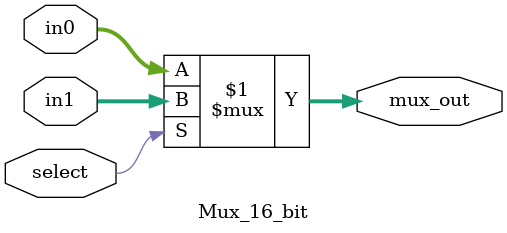
<source format=v>
module Mux_16_bit (in0, in1, mux_out, select);
	parameter N = 16;
	input [N-1:0] in0, in1;
	output [N-1:0] mux_out;
	input select;
	assign mux_out = select? in1: in0 ;
endmodule

</source>
